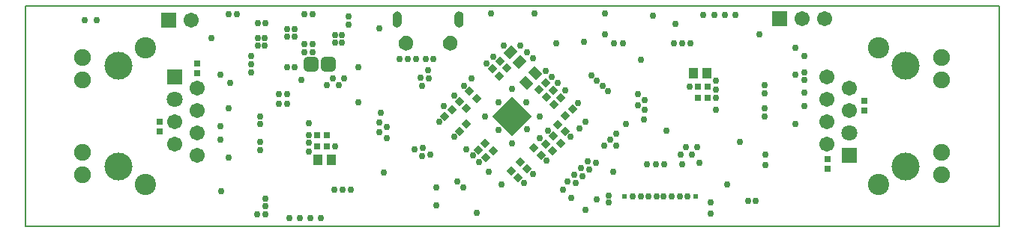
<source format=gbr>
G04 Layer_Color=16711935*
%FSLAX44Y44*%
%MOMM*%
G71*
G01*
G75*
%ADD35C,0.2000*%
%ADD91R,0.8032X0.8032*%
%ADD92R,0.8032X0.8032*%
%ADD94P,1.1359X4X270.0*%
%ADD98P,1.1359X4X360.0*%
%ADD104R,1.0032X1.2032*%
%ADD110R,1.7032X1.7032*%
%ADD111C,1.8032*%
%ADD112C,1.9032*%
%ADD113C,2.4032*%
%ADD114C,3.1532*%
%ADD115C,1.7032*%
%ADD116C,3.1532*%
%ADD117C,1.7032*%
%ADD118C,0.6032*%
%ADD119R,1.7032X1.7032*%
G04:AMPARAMS|DCode=120|XSize=1.7032mm|YSize=1.7032mm|CornerRadius=0.4766mm|HoleSize=0mm|Usage=FLASHONLY|Rotation=0.000|XOffset=0mm|YOffset=0mm|HoleType=Round|Shape=RoundedRectangle|*
%AMROUNDEDRECTD120*
21,1,1.7032,0.7500,0,0,0.0*
21,1,0.7500,1.7032,0,0,0.0*
1,1,0.9532,0.3750,-0.3750*
1,1,0.9532,-0.3750,-0.3750*
1,1,0.9532,-0.3750,0.3750*
1,1,0.9532,0.3750,0.3750*
%
%ADD120ROUNDEDRECTD120*%
%ADD122C,0.7532*%
G04:AMPARAMS|DCode=123|XSize=1.2032mm|YSize=1.0032mm|CornerRadius=0mm|HoleSize=0mm|Usage=FLASHONLY|Rotation=45.000|XOffset=0mm|YOffset=0mm|HoleType=Round|Shape=Rectangle|*
%AMROTATEDRECTD123*
4,1,4,-0.0707,-0.7801,-0.7801,-0.0707,0.0707,0.7801,0.7801,0.0707,-0.0707,-0.7801,0.0*
%
%ADD123ROTATEDRECTD123*%

G04:AMPARAMS|DCode=124|XSize=1.2032mm|YSize=1.0032mm|CornerRadius=0mm|HoleSize=0mm|Usage=FLASHONLY|Rotation=315.000|XOffset=0mm|YOffset=0mm|HoleType=Round|Shape=Rectangle|*
%AMROTATEDRECTD124*
4,1,4,-0.7801,0.0707,-0.0707,0.7801,0.7801,-0.0707,0.0707,-0.7801,-0.7801,0.0707,0.0*
%
%ADD124ROTATEDRECTD124*%

%ADD125P,4.5300X4X270.0*%
G36*
X482154Y216038D02*
X484161Y215206D01*
X485884Y213884D01*
X487206Y212161D01*
X488038Y210154D01*
X488321Y208000D01*
X488038Y205846D01*
X487206Y203839D01*
X485884Y202116D01*
X484161Y200794D01*
X482154Y199962D01*
X480000Y199679D01*
X477846Y199962D01*
X475839Y200794D01*
X474116Y202116D01*
X472794Y203839D01*
X471962Y205846D01*
X471679Y208000D01*
X471962Y210154D01*
X472794Y212161D01*
X474116Y213884D01*
X475839Y215206D01*
X477846Y216038D01*
X480000Y216321D01*
X482154Y216038D01*
D02*
G37*
G36*
X432154D02*
X434161Y215206D01*
X435884Y213884D01*
X437206Y212161D01*
X438038Y210154D01*
X438321Y208000D01*
X438038Y205846D01*
X437206Y203839D01*
X435884Y202116D01*
X434161Y200794D01*
X432154Y199962D01*
X430000Y199679D01*
X427846Y199962D01*
X425839Y200794D01*
X424116Y202116D01*
X422794Y203839D01*
X421962Y205846D01*
X421679Y208000D01*
X421962Y210154D01*
X422794Y212161D01*
X424116Y213884D01*
X425839Y215206D01*
X427846Y216038D01*
X430000Y216321D01*
X432154Y216038D01*
D02*
G37*
G36*
X491951Y243710D02*
X493605Y242605D01*
X494710Y240951D01*
X495098Y239000D01*
Y231000D01*
X494710Y229049D01*
X493605Y227395D01*
X491951Y226290D01*
X490000Y225902D01*
X488049Y226290D01*
X486395Y227395D01*
X485290Y229049D01*
X484902Y231000D01*
Y239000D01*
X485290Y240951D01*
X486395Y242605D01*
X488049Y243710D01*
X490000Y244098D01*
X491951Y243710D01*
D02*
G37*
G36*
X421951D02*
X423605Y242605D01*
X424710Y240951D01*
X425098Y239000D01*
Y231000D01*
X424710Y229049D01*
X423605Y227395D01*
X421951Y226290D01*
X420000Y225902D01*
X418049Y226290D01*
X416395Y227395D01*
X415290Y229049D01*
X414902Y231000D01*
Y239000D01*
X415290Y240951D01*
X416395Y242605D01*
X418049Y243710D01*
X420000Y244098D01*
X421951Y243710D01*
D02*
G37*
D35*
X0Y0D02*
Y250000D01*
X1100000D01*
Y0D02*
Y250000D01*
X0Y0D02*
X1100000D01*
D91*
X340500Y91000D02*
D03*
X329500D02*
D03*
X340500Y104000D02*
D03*
X329500D02*
D03*
X759500Y146000D02*
D03*
X770500D02*
D03*
X759500Y159000D02*
D03*
X770500D02*
D03*
D92*
X152000Y107500D02*
D03*
Y118500D02*
D03*
X194000Y184500D02*
D03*
Y173500D02*
D03*
X906000Y65500D02*
D03*
Y76500D02*
D03*
X948000Y142500D02*
D03*
Y131500D02*
D03*
D94*
X609500Y108000D02*
D03*
X601722Y115778D02*
D03*
X556889Y55611D02*
D03*
X549111Y63389D02*
D03*
X490611Y141889D02*
D03*
X498389Y134111D02*
D03*
X535861Y187389D02*
D03*
X543639Y179611D02*
D03*
X582389Y81111D02*
D03*
X574611Y88889D02*
D03*
X566889Y65611D02*
D03*
X559111Y73389D02*
D03*
X501861Y153139D02*
D03*
X509639Y145361D02*
D03*
X527361Y178639D02*
D03*
X535139Y170861D02*
D03*
X604389Y94611D02*
D03*
X596611Y102389D02*
D03*
X595389Y85861D02*
D03*
X587611Y93639D02*
D03*
D98*
X511861Y86861D02*
D03*
X519639Y94639D02*
D03*
X490611Y108111D02*
D03*
X498389Y115889D02*
D03*
X588139Y163139D02*
D03*
X580361Y155361D02*
D03*
X605139Y146139D02*
D03*
X597361Y138361D02*
D03*
X520361Y78361D02*
D03*
X528139Y86139D02*
D03*
X473861Y124861D02*
D03*
X481639Y132639D02*
D03*
X596639Y154639D02*
D03*
X588861Y146861D02*
D03*
X617889Y133389D02*
D03*
X610111Y125611D02*
D03*
D104*
X330500Y76000D02*
D03*
X345500D02*
D03*
X769500Y174000D02*
D03*
X754500D02*
D03*
D110*
X931100Y80550D02*
D03*
X168900Y169450D02*
D03*
D111*
X931100Y105950D02*
D03*
X168900Y144050D02*
D03*
D112*
X1035200Y165900D02*
D03*
Y58700D02*
D03*
Y191300D02*
D03*
X1035160Y84100D02*
D03*
X64800Y191300D02*
D03*
X64840Y165900D02*
D03*
X64800Y84100D02*
D03*
Y58700D02*
D03*
D113*
X964100Y202450D02*
D03*
Y47550D02*
D03*
X135900Y202450D02*
D03*
Y47550D02*
D03*
D114*
X994600Y182150D02*
D03*
X105400Y67850D02*
D03*
D115*
X905700Y169450D02*
D03*
X931110Y156680D02*
D03*
X905700Y144050D02*
D03*
X931100Y131350D02*
D03*
X905700Y118650D02*
D03*
X194300Y80550D02*
D03*
X168890Y93320D02*
D03*
X194300Y105950D02*
D03*
Y131350D02*
D03*
X168900Y118650D02*
D03*
D116*
X994600Y67850D02*
D03*
X105400Y182150D02*
D03*
D117*
X905700Y93250D02*
D03*
X194300Y156750D02*
D03*
X187000Y234000D02*
D03*
X902400Y236000D02*
D03*
X877000D02*
D03*
D118*
X677000Y34000D02*
D03*
X757000D02*
D03*
D119*
X161600Y234000D02*
D03*
X851600Y236000D02*
D03*
D120*
X323000Y184000D02*
D03*
X342000D02*
D03*
D122*
X659000Y35000D02*
D03*
Y27000D02*
D03*
X739000Y34000D02*
D03*
X721000D02*
D03*
X704000D02*
D03*
X686000D02*
D03*
X616468Y32369D02*
D03*
X607276Y41561D02*
D03*
X633000Y19000D02*
D03*
X581113Y100251D02*
D03*
X589952Y109090D02*
D03*
X526000Y242000D02*
D03*
X880000Y193500D02*
D03*
X870000Y203000D02*
D03*
X880000Y175000D02*
D03*
Y166000D02*
D03*
X221000Y40000D02*
D03*
X296000Y150500D02*
D03*
Y139500D02*
D03*
X286000D02*
D03*
Y150500D02*
D03*
X262500Y231000D02*
D03*
X67000Y234000D02*
D03*
X81000D02*
D03*
X432000Y190000D02*
D03*
X441000D02*
D03*
X452000D02*
D03*
X461000D02*
D03*
X422500D02*
D03*
X365000Y229000D02*
D03*
X400000Y225000D02*
D03*
X376000Y181000D02*
D03*
X271500Y231000D02*
D03*
X324500Y207000D02*
D03*
X239000Y241000D02*
D03*
X230000D02*
D03*
X231000Y163000D02*
D03*
X255000Y175000D02*
D03*
X304500Y224000D02*
D03*
X748000Y34000D02*
D03*
X730000D02*
D03*
X713000D02*
D03*
X695000D02*
D03*
X566264Y197832D02*
D03*
X780000Y132500D02*
D03*
X732500Y208000D02*
D03*
X367500Y42000D02*
D03*
X320000Y117500D02*
D03*
X262000Y14000D02*
D03*
X271000D02*
D03*
X310000Y10000D02*
D03*
X298000D02*
D03*
X271000Y23000D02*
D03*
X494492Y44036D02*
D03*
X400000Y118000D02*
D03*
X408000Y112500D02*
D03*
X400000Y107000D02*
D03*
X220000Y172000D02*
D03*
X265000Y87000D02*
D03*
Y96000D02*
D03*
Y116000D02*
D03*
Y125000D02*
D03*
X230000Y134000D02*
D03*
X829000Y218000D02*
D03*
X645813Y165659D02*
D03*
X464086Y44036D02*
D03*
X464000Y24000D02*
D03*
X405000Y61000D02*
D03*
X651823Y159648D02*
D03*
X657834Y153638D02*
D03*
X639803Y171669D02*
D03*
X742000Y71000D02*
D03*
X702000D02*
D03*
X678000Y116000D02*
D03*
X667380Y91766D02*
D03*
X722000Y71000D02*
D03*
X712000D02*
D03*
X660309Y98837D02*
D03*
X653591Y92120D02*
D03*
X631317Y209853D02*
D03*
X665000Y208000D02*
D03*
X675000D02*
D03*
X709000Y239000D02*
D03*
X655000Y218000D02*
D03*
Y242000D02*
D03*
X599851Y208085D02*
D03*
X575456Y241673D02*
D03*
X358000Y42000D02*
D03*
X742000Y208000D02*
D03*
X645000Y31000D02*
D03*
X774000Y27000D02*
D03*
X816000Y29000D02*
D03*
X825000D02*
D03*
X836000Y82000D02*
D03*
Y70000D02*
D03*
X746000Y90000D02*
D03*
X752500Y82000D02*
D03*
X759000Y90000D02*
D03*
X667026Y105555D02*
D03*
X625660Y111565D02*
D03*
X487775Y50754D02*
D03*
X588891Y74795D02*
D03*
X563435Y49340D02*
D03*
X505452Y80452D02*
D03*
X632732Y118636D02*
D03*
X615761Y101665D02*
D03*
X472925Y137021D02*
D03*
X601619Y162477D02*
D03*
X807000Y96000D02*
D03*
X774000Y15000D02*
D03*
X793000Y48000D02*
D03*
X761000Y72000D02*
D03*
X700000Y132000D02*
D03*
X692000Y137500D02*
D03*
X700000Y143000D02*
D03*
X692000Y150000D02*
D03*
X740000Y82000D02*
D03*
X636974Y64896D02*
D03*
X644752Y72674D02*
D03*
X635560Y74088D02*
D03*
X627782Y66310D02*
D03*
X629196Y57118D02*
D03*
X620004Y58532D02*
D03*
X621418Y49340D02*
D03*
X612225Y50754D02*
D03*
X447823Y80099D02*
D03*
X457015Y81513D02*
D03*
X449237Y89291D02*
D03*
X440045Y87877D02*
D03*
X408000Y100000D02*
D03*
X341000Y160000D02*
D03*
X347500Y168000D02*
D03*
X354000Y160000D02*
D03*
X360000Y168000D02*
D03*
X401500Y129000D02*
D03*
X454480Y176851D02*
D03*
X455894Y167659D02*
D03*
X446702Y169073D02*
D03*
X448116Y159881D02*
D03*
X315500Y241000D02*
D03*
X534444Y140556D02*
D03*
X518887Y125000D02*
D03*
X550000Y156113D02*
D03*
X534444Y109444D02*
D03*
X565556Y140556D02*
D03*
X581113Y125000D02*
D03*
X566264Y110151D02*
D03*
X550000Y93887D02*
D03*
X537979Y47925D02*
D03*
X255000Y184000D02*
D03*
X365000Y238000D02*
D03*
X484239Y148335D02*
D03*
X495553Y159648D02*
D03*
X504038Y168134D02*
D03*
X521009Y185104D02*
D03*
X528787Y192882D02*
D03*
X540808Y204903D02*
D03*
X559192D02*
D03*
X573335Y190761D02*
D03*
X587477Y176619D02*
D03*
X594548Y169548D02*
D03*
X610104Y153991D02*
D03*
X624246Y139849D02*
D03*
X573335Y59239D02*
D03*
X523837Y62067D02*
D03*
X512523Y73381D02*
D03*
X498381Y87523D02*
D03*
X484239Y101665D02*
D03*
X467268Y118636D02*
D03*
X324500Y198000D02*
D03*
X315500D02*
D03*
Y207000D02*
D03*
X324500Y241000D02*
D03*
X357500Y208250D02*
D03*
X349500D02*
D03*
Y217000D02*
D03*
X357500D02*
D03*
X210000Y213750D02*
D03*
X270500Y205000D02*
D03*
X295500Y224000D02*
D03*
Y181000D02*
D03*
X304500D02*
D03*
X295500Y215000D02*
D03*
X270500Y213750D02*
D03*
X262500Y205000D02*
D03*
X255000Y193000D02*
D03*
X304500Y215000D02*
D03*
X262500Y213750D02*
D03*
X322000Y10000D02*
D03*
X334000D02*
D03*
X349000Y42000D02*
D03*
X350000Y91000D02*
D03*
X320000Y95000D02*
D03*
X271000Y32000D02*
D03*
X320000Y104000D02*
D03*
X220000Y98500D02*
D03*
Y113500D02*
D03*
X230000Y78000D02*
D03*
X880000Y136500D02*
D03*
X870000Y116000D02*
D03*
X880000Y151500D02*
D03*
X870000Y172000D02*
D03*
X835000Y125000D02*
D03*
Y134000D02*
D03*
Y151000D02*
D03*
Y160000D02*
D03*
X766000Y240000D02*
D03*
X778000D02*
D03*
X790000D02*
D03*
X802000D02*
D03*
X751000Y208000D02*
D03*
X695000Y189000D02*
D03*
X734000Y229500D02*
D03*
X376000Y141000D02*
D03*
X698492Y121465D02*
D03*
X724000Y109000D02*
D03*
X320000Y85000D02*
D03*
X780000Y146000D02*
D03*
X750000Y159000D02*
D03*
X780000Y155000D02*
D03*
Y165000D02*
D03*
X510048Y15752D02*
D03*
X664000Y62000D02*
D03*
X312000Y166000D02*
D03*
D123*
X547947Y197553D02*
D03*
X558553Y186947D02*
D03*
D124*
X576053Y173553D02*
D03*
X565447Y162947D02*
D03*
D125*
X550000Y125000D02*
D03*
M02*

</source>
